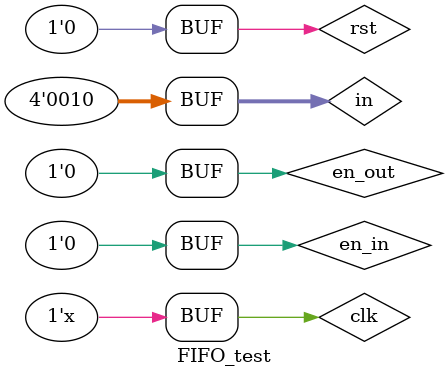
<source format=v>
`timescale 1ns / 1ps


module FIFO_test();
reg en_out;
reg en_in;
reg [3:0] in;
reg rst;
reg clk;
wire [3:0] out;
wire empty;
wire full;
wire [6:0]seg;
wire dp;
wire [7:0] an;  

FIFO A2 (
	.en_out(en_out),
	.en_in(en_in),
	.in(in),
	.rst(rst),
	.clk(clk),
	.out(out),
	.empty(empty),
	.full(full),
	.seg(seg),
	.dp(dp),
	.an(an)
);

initial clk=0;
initial en_in=0;
initial en_out=0;
always #45 clk=~clk;
initial 
begin
rst=1;
#200 rst=0;
end
initial
begin
#100
en_in=1;
in=4'h2;
#100
en_in=0;
#200
en_in=1;
in=4'h3;
#100
en_in=0;
#200
en_in=1;
in=4'h5;
#100
en_in=0;
#200
en_out=1;
#100
en_out=0;
#200
en_in=1;
in=4'h1;
#100
en_in=0;
#200
en_in=1;
in=4'h2;
#100
en_in=0;
#200
en_in=1;
in=4'h3;
#100
en_in=0;
#200
en_in=1;
in=4'h4;
#100
en_in=0;
#200
en_in=1;
in=4'h8;
#100
en_in=0;
#200
en_in=1;
in=4'h9;
#100
en_in=0;
#200
en_in=1;
in=4'h6;
#100
en_in=0;
#200
en_in=1;
in=4'h2;
#100
en_in=0;
#200
en_out=1;
#100
en_out=0;
en_in=1;
#100
en_in=0;
#200
en_out=1;
#100
en_out=0;
end
endmodule

</source>
